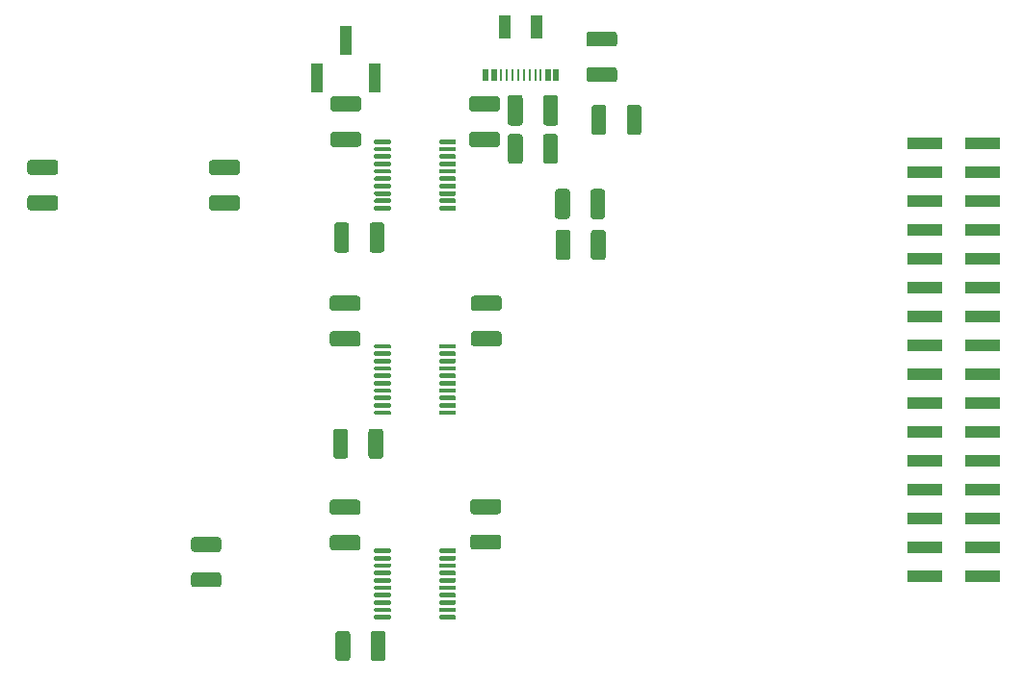
<source format=gtp>
%TF.GenerationSoftware,KiCad,Pcbnew,5.1.9+dfsg1-1+deb11u1*%
%TF.CreationDate,2025-07-23T09:27:31+02:00*%
%TF.ProjectId,ESP32-BOBOARD-5V,45535033-322d-4424-9f42-4f4152442d35,rev?*%
%TF.SameCoordinates,Original*%
%TF.FileFunction,Paste,Top*%
%TF.FilePolarity,Positive*%
%FSLAX46Y46*%
G04 Gerber Fmt 4.6, Leading zero omitted, Abs format (unit mm)*
G04 Created by KiCad (PCBNEW 5.1.9+dfsg1-1+deb11u1) date 2025-07-23 09:27:31*
%MOMM*%
%LPD*%
G01*
G04 APERTURE LIST*
%ADD10R,1.000000X2.510000*%
%ADD11R,3.150000X1.000000*%
%ADD12R,1.000000X2.000000*%
%ADD13R,0.270000X1.000000*%
%ADD14R,0.520000X1.000000*%
G04 APERTURE END LIST*
D10*
%TO.C,J4*%
X156900000Y-77145000D03*
X159440000Y-80455000D03*
X154360000Y-80455000D03*
%TD*%
D11*
%TO.C,J3*%
X212855000Y-124300000D03*
X207805000Y-124300000D03*
X212855000Y-121760000D03*
X207805000Y-121760000D03*
X212855000Y-119220000D03*
X207805000Y-119220000D03*
X212855000Y-116680000D03*
X207805000Y-116680000D03*
X212855000Y-114140000D03*
X207805000Y-114140000D03*
X212855000Y-111600000D03*
X207805000Y-111600000D03*
X212855000Y-109060000D03*
X207805000Y-109060000D03*
X212855000Y-106520000D03*
X207805000Y-106520000D03*
X212855000Y-103980000D03*
X207805000Y-103980000D03*
X212855000Y-101440000D03*
X207805000Y-101440000D03*
X212855000Y-98900000D03*
X207805000Y-98900000D03*
X212855000Y-96360000D03*
X207805000Y-96360000D03*
X212855000Y-93820000D03*
X207805000Y-93820000D03*
X212855000Y-91280000D03*
X207805000Y-91280000D03*
X212855000Y-88740000D03*
X207805000Y-88740000D03*
X212855000Y-86200000D03*
X207805000Y-86200000D03*
%TD*%
%TO.C,R8*%
G36*
G01*
X178400000Y-92625001D02*
X178400000Y-90474999D01*
G75*
G02*
X178649999Y-90225000I249999J0D01*
G01*
X179450001Y-90225000D01*
G75*
G02*
X179700000Y-90474999I0J-249999D01*
G01*
X179700000Y-92625001D01*
G75*
G02*
X179450001Y-92875000I-249999J0D01*
G01*
X178649999Y-92875000D01*
G75*
G02*
X178400000Y-92625001I0J249999D01*
G01*
G37*
G36*
G01*
X175300000Y-92625001D02*
X175300000Y-90474999D01*
G75*
G02*
X175549999Y-90225000I249999J0D01*
G01*
X176350001Y-90225000D01*
G75*
G02*
X176600000Y-90474999I0J-249999D01*
G01*
X176600000Y-92625001D01*
G75*
G02*
X176350001Y-92875000I-249999J0D01*
G01*
X175549999Y-92875000D01*
G75*
G02*
X175300000Y-92625001I0J249999D01*
G01*
G37*
%TD*%
%TO.C,R7*%
G36*
G01*
X178450000Y-96225001D02*
X178450000Y-94074999D01*
G75*
G02*
X178699999Y-93825000I249999J0D01*
G01*
X179500001Y-93825000D01*
G75*
G02*
X179750000Y-94074999I0J-249999D01*
G01*
X179750000Y-96225001D01*
G75*
G02*
X179500001Y-96475000I-249999J0D01*
G01*
X178699999Y-96475000D01*
G75*
G02*
X178450000Y-96225001I0J249999D01*
G01*
G37*
G36*
G01*
X175350000Y-96225001D02*
X175350000Y-94074999D01*
G75*
G02*
X175599999Y-93825000I249999J0D01*
G01*
X176400001Y-93825000D01*
G75*
G02*
X176650000Y-94074999I0J-249999D01*
G01*
X176650000Y-96225001D01*
G75*
G02*
X176400001Y-96475000I-249999J0D01*
G01*
X175599999Y-96475000D01*
G75*
G02*
X175350000Y-96225001I0J249999D01*
G01*
G37*
%TD*%
%TO.C,R6*%
G36*
G01*
X181600000Y-85225001D02*
X181600000Y-83074999D01*
G75*
G02*
X181849999Y-82825000I249999J0D01*
G01*
X182650001Y-82825000D01*
G75*
G02*
X182900000Y-83074999I0J-249999D01*
G01*
X182900000Y-85225001D01*
G75*
G02*
X182650001Y-85475000I-249999J0D01*
G01*
X181849999Y-85475000D01*
G75*
G02*
X181600000Y-85225001I0J249999D01*
G01*
G37*
G36*
G01*
X178500000Y-85225001D02*
X178500000Y-83074999D01*
G75*
G02*
X178749999Y-82825000I249999J0D01*
G01*
X179550001Y-82825000D01*
G75*
G02*
X179800000Y-83074999I0J-249999D01*
G01*
X179800000Y-85225001D01*
G75*
G02*
X179550001Y-85475000I-249999J0D01*
G01*
X178749999Y-85475000D01*
G75*
G02*
X178500000Y-85225001I0J249999D01*
G01*
G37*
%TD*%
%TO.C,R5*%
G36*
G01*
X174250000Y-87775001D02*
X174250000Y-85624999D01*
G75*
G02*
X174499999Y-85375000I249999J0D01*
G01*
X175300001Y-85375000D01*
G75*
G02*
X175550000Y-85624999I0J-249999D01*
G01*
X175550000Y-87775001D01*
G75*
G02*
X175300001Y-88025000I-249999J0D01*
G01*
X174499999Y-88025000D01*
G75*
G02*
X174250000Y-87775001I0J249999D01*
G01*
G37*
G36*
G01*
X171150000Y-87775001D02*
X171150000Y-85624999D01*
G75*
G02*
X171399999Y-85375000I249999J0D01*
G01*
X172200001Y-85375000D01*
G75*
G02*
X172450000Y-85624999I0J-249999D01*
G01*
X172450000Y-87775001D01*
G75*
G02*
X172200001Y-88025000I-249999J0D01*
G01*
X171399999Y-88025000D01*
G75*
G02*
X171150000Y-87775001I0J249999D01*
G01*
G37*
%TD*%
D12*
%TO.C,J5*%
X170900000Y-76000000D03*
X173700000Y-76000000D03*
D13*
X171050000Y-80200000D03*
X171550000Y-80200000D03*
X172050000Y-80200000D03*
X172550000Y-80200000D03*
X173050000Y-80200000D03*
X173550000Y-80200000D03*
X170550000Y-80200000D03*
X174050000Y-80200000D03*
D14*
X169950000Y-80200000D03*
X174650000Y-80200000D03*
X169200000Y-80200000D03*
X175400000Y-80200000D03*
%TD*%
%TO.C,C10*%
G36*
G01*
X180500003Y-77700000D02*
X178299997Y-77700000D01*
G75*
G02*
X178050000Y-77450003I0J249997D01*
G01*
X178050000Y-76624997D01*
G75*
G02*
X178299997Y-76375000I249997J0D01*
G01*
X180500003Y-76375000D01*
G75*
G02*
X180750000Y-76624997I0J-249997D01*
G01*
X180750000Y-77450003D01*
G75*
G02*
X180500003Y-77700000I-249997J0D01*
G01*
G37*
G36*
G01*
X180500003Y-80825000D02*
X178299997Y-80825000D01*
G75*
G02*
X178050000Y-80575003I0J249997D01*
G01*
X178050000Y-79749997D01*
G75*
G02*
X178299997Y-79500000I249997J0D01*
G01*
X180500003Y-79500000D01*
G75*
G02*
X180750000Y-79749997I0J-249997D01*
G01*
X180750000Y-80575003D01*
G75*
G02*
X180500003Y-80825000I-249997J0D01*
G01*
G37*
%TD*%
%TO.C,C9*%
G36*
G01*
X174250000Y-84400003D02*
X174250000Y-82199997D01*
G75*
G02*
X174499997Y-81950000I249997J0D01*
G01*
X175325003Y-81950000D01*
G75*
G02*
X175575000Y-82199997I0J-249997D01*
G01*
X175575000Y-84400003D01*
G75*
G02*
X175325003Y-84650000I-249997J0D01*
G01*
X174499997Y-84650000D01*
G75*
G02*
X174250000Y-84400003I0J249997D01*
G01*
G37*
G36*
G01*
X171125000Y-84400003D02*
X171125000Y-82199997D01*
G75*
G02*
X171374997Y-81950000I249997J0D01*
G01*
X172200003Y-81950000D01*
G75*
G02*
X172450000Y-82199997I0J-249997D01*
G01*
X172450000Y-84400003D01*
G75*
G02*
X172200003Y-84650000I-249997J0D01*
G01*
X171374997Y-84650000D01*
G75*
G02*
X171125000Y-84400003I0J249997D01*
G01*
G37*
%TD*%
%TO.C,U4*%
G36*
G01*
X165125000Y-122175000D02*
X165125000Y-121975000D01*
G75*
G02*
X165225000Y-121875000I100000J0D01*
G01*
X166500000Y-121875000D01*
G75*
G02*
X166600000Y-121975000I0J-100000D01*
G01*
X166600000Y-122175000D01*
G75*
G02*
X166500000Y-122275000I-100000J0D01*
G01*
X165225000Y-122275000D01*
G75*
G02*
X165125000Y-122175000I0J100000D01*
G01*
G37*
G36*
G01*
X165125000Y-122825000D02*
X165125000Y-122625000D01*
G75*
G02*
X165225000Y-122525000I100000J0D01*
G01*
X166500000Y-122525000D01*
G75*
G02*
X166600000Y-122625000I0J-100000D01*
G01*
X166600000Y-122825000D01*
G75*
G02*
X166500000Y-122925000I-100000J0D01*
G01*
X165225000Y-122925000D01*
G75*
G02*
X165125000Y-122825000I0J100000D01*
G01*
G37*
G36*
G01*
X165125000Y-123475000D02*
X165125000Y-123275000D01*
G75*
G02*
X165225000Y-123175000I100000J0D01*
G01*
X166500000Y-123175000D01*
G75*
G02*
X166600000Y-123275000I0J-100000D01*
G01*
X166600000Y-123475000D01*
G75*
G02*
X166500000Y-123575000I-100000J0D01*
G01*
X165225000Y-123575000D01*
G75*
G02*
X165125000Y-123475000I0J100000D01*
G01*
G37*
G36*
G01*
X165125000Y-124125000D02*
X165125000Y-123925000D01*
G75*
G02*
X165225000Y-123825000I100000J0D01*
G01*
X166500000Y-123825000D01*
G75*
G02*
X166600000Y-123925000I0J-100000D01*
G01*
X166600000Y-124125000D01*
G75*
G02*
X166500000Y-124225000I-100000J0D01*
G01*
X165225000Y-124225000D01*
G75*
G02*
X165125000Y-124125000I0J100000D01*
G01*
G37*
G36*
G01*
X165125000Y-124775000D02*
X165125000Y-124575000D01*
G75*
G02*
X165225000Y-124475000I100000J0D01*
G01*
X166500000Y-124475000D01*
G75*
G02*
X166600000Y-124575000I0J-100000D01*
G01*
X166600000Y-124775000D01*
G75*
G02*
X166500000Y-124875000I-100000J0D01*
G01*
X165225000Y-124875000D01*
G75*
G02*
X165125000Y-124775000I0J100000D01*
G01*
G37*
G36*
G01*
X165125000Y-125425000D02*
X165125000Y-125225000D01*
G75*
G02*
X165225000Y-125125000I100000J0D01*
G01*
X166500000Y-125125000D01*
G75*
G02*
X166600000Y-125225000I0J-100000D01*
G01*
X166600000Y-125425000D01*
G75*
G02*
X166500000Y-125525000I-100000J0D01*
G01*
X165225000Y-125525000D01*
G75*
G02*
X165125000Y-125425000I0J100000D01*
G01*
G37*
G36*
G01*
X165125000Y-126075000D02*
X165125000Y-125875000D01*
G75*
G02*
X165225000Y-125775000I100000J0D01*
G01*
X166500000Y-125775000D01*
G75*
G02*
X166600000Y-125875000I0J-100000D01*
G01*
X166600000Y-126075000D01*
G75*
G02*
X166500000Y-126175000I-100000J0D01*
G01*
X165225000Y-126175000D01*
G75*
G02*
X165125000Y-126075000I0J100000D01*
G01*
G37*
G36*
G01*
X165125000Y-126725000D02*
X165125000Y-126525000D01*
G75*
G02*
X165225000Y-126425000I100000J0D01*
G01*
X166500000Y-126425000D01*
G75*
G02*
X166600000Y-126525000I0J-100000D01*
G01*
X166600000Y-126725000D01*
G75*
G02*
X166500000Y-126825000I-100000J0D01*
G01*
X165225000Y-126825000D01*
G75*
G02*
X165125000Y-126725000I0J100000D01*
G01*
G37*
G36*
G01*
X165125000Y-127375000D02*
X165125000Y-127175000D01*
G75*
G02*
X165225000Y-127075000I100000J0D01*
G01*
X166500000Y-127075000D01*
G75*
G02*
X166600000Y-127175000I0J-100000D01*
G01*
X166600000Y-127375000D01*
G75*
G02*
X166500000Y-127475000I-100000J0D01*
G01*
X165225000Y-127475000D01*
G75*
G02*
X165125000Y-127375000I0J100000D01*
G01*
G37*
G36*
G01*
X165125000Y-128025000D02*
X165125000Y-127825000D01*
G75*
G02*
X165225000Y-127725000I100000J0D01*
G01*
X166500000Y-127725000D01*
G75*
G02*
X166600000Y-127825000I0J-100000D01*
G01*
X166600000Y-128025000D01*
G75*
G02*
X166500000Y-128125000I-100000J0D01*
G01*
X165225000Y-128125000D01*
G75*
G02*
X165125000Y-128025000I0J100000D01*
G01*
G37*
G36*
G01*
X159400000Y-128025000D02*
X159400000Y-127825000D01*
G75*
G02*
X159500000Y-127725000I100000J0D01*
G01*
X160775000Y-127725000D01*
G75*
G02*
X160875000Y-127825000I0J-100000D01*
G01*
X160875000Y-128025000D01*
G75*
G02*
X160775000Y-128125000I-100000J0D01*
G01*
X159500000Y-128125000D01*
G75*
G02*
X159400000Y-128025000I0J100000D01*
G01*
G37*
G36*
G01*
X159400000Y-127375000D02*
X159400000Y-127175000D01*
G75*
G02*
X159500000Y-127075000I100000J0D01*
G01*
X160775000Y-127075000D01*
G75*
G02*
X160875000Y-127175000I0J-100000D01*
G01*
X160875000Y-127375000D01*
G75*
G02*
X160775000Y-127475000I-100000J0D01*
G01*
X159500000Y-127475000D01*
G75*
G02*
X159400000Y-127375000I0J100000D01*
G01*
G37*
G36*
G01*
X159400000Y-126725000D02*
X159400000Y-126525000D01*
G75*
G02*
X159500000Y-126425000I100000J0D01*
G01*
X160775000Y-126425000D01*
G75*
G02*
X160875000Y-126525000I0J-100000D01*
G01*
X160875000Y-126725000D01*
G75*
G02*
X160775000Y-126825000I-100000J0D01*
G01*
X159500000Y-126825000D01*
G75*
G02*
X159400000Y-126725000I0J100000D01*
G01*
G37*
G36*
G01*
X159400000Y-126075000D02*
X159400000Y-125875000D01*
G75*
G02*
X159500000Y-125775000I100000J0D01*
G01*
X160775000Y-125775000D01*
G75*
G02*
X160875000Y-125875000I0J-100000D01*
G01*
X160875000Y-126075000D01*
G75*
G02*
X160775000Y-126175000I-100000J0D01*
G01*
X159500000Y-126175000D01*
G75*
G02*
X159400000Y-126075000I0J100000D01*
G01*
G37*
G36*
G01*
X159400000Y-125425000D02*
X159400000Y-125225000D01*
G75*
G02*
X159500000Y-125125000I100000J0D01*
G01*
X160775000Y-125125000D01*
G75*
G02*
X160875000Y-125225000I0J-100000D01*
G01*
X160875000Y-125425000D01*
G75*
G02*
X160775000Y-125525000I-100000J0D01*
G01*
X159500000Y-125525000D01*
G75*
G02*
X159400000Y-125425000I0J100000D01*
G01*
G37*
G36*
G01*
X159400000Y-124775000D02*
X159400000Y-124575000D01*
G75*
G02*
X159500000Y-124475000I100000J0D01*
G01*
X160775000Y-124475000D01*
G75*
G02*
X160875000Y-124575000I0J-100000D01*
G01*
X160875000Y-124775000D01*
G75*
G02*
X160775000Y-124875000I-100000J0D01*
G01*
X159500000Y-124875000D01*
G75*
G02*
X159400000Y-124775000I0J100000D01*
G01*
G37*
G36*
G01*
X159400000Y-124125000D02*
X159400000Y-123925000D01*
G75*
G02*
X159500000Y-123825000I100000J0D01*
G01*
X160775000Y-123825000D01*
G75*
G02*
X160875000Y-123925000I0J-100000D01*
G01*
X160875000Y-124125000D01*
G75*
G02*
X160775000Y-124225000I-100000J0D01*
G01*
X159500000Y-124225000D01*
G75*
G02*
X159400000Y-124125000I0J100000D01*
G01*
G37*
G36*
G01*
X159400000Y-123475000D02*
X159400000Y-123275000D01*
G75*
G02*
X159500000Y-123175000I100000J0D01*
G01*
X160775000Y-123175000D01*
G75*
G02*
X160875000Y-123275000I0J-100000D01*
G01*
X160875000Y-123475000D01*
G75*
G02*
X160775000Y-123575000I-100000J0D01*
G01*
X159500000Y-123575000D01*
G75*
G02*
X159400000Y-123475000I0J100000D01*
G01*
G37*
G36*
G01*
X159400000Y-122825000D02*
X159400000Y-122625000D01*
G75*
G02*
X159500000Y-122525000I100000J0D01*
G01*
X160775000Y-122525000D01*
G75*
G02*
X160875000Y-122625000I0J-100000D01*
G01*
X160875000Y-122825000D01*
G75*
G02*
X160775000Y-122925000I-100000J0D01*
G01*
X159500000Y-122925000D01*
G75*
G02*
X159400000Y-122825000I0J100000D01*
G01*
G37*
G36*
G01*
X159400000Y-122175000D02*
X159400000Y-121975000D01*
G75*
G02*
X159500000Y-121875000I100000J0D01*
G01*
X160775000Y-121875000D01*
G75*
G02*
X160875000Y-121975000I0J-100000D01*
G01*
X160875000Y-122175000D01*
G75*
G02*
X160775000Y-122275000I-100000J0D01*
G01*
X159500000Y-122275000D01*
G75*
G02*
X159400000Y-122175000I0J100000D01*
G01*
G37*
%TD*%
%TO.C,U3*%
G36*
G01*
X165125000Y-104175000D02*
X165125000Y-103975000D01*
G75*
G02*
X165225000Y-103875000I100000J0D01*
G01*
X166500000Y-103875000D01*
G75*
G02*
X166600000Y-103975000I0J-100000D01*
G01*
X166600000Y-104175000D01*
G75*
G02*
X166500000Y-104275000I-100000J0D01*
G01*
X165225000Y-104275000D01*
G75*
G02*
X165125000Y-104175000I0J100000D01*
G01*
G37*
G36*
G01*
X165125000Y-104825000D02*
X165125000Y-104625000D01*
G75*
G02*
X165225000Y-104525000I100000J0D01*
G01*
X166500000Y-104525000D01*
G75*
G02*
X166600000Y-104625000I0J-100000D01*
G01*
X166600000Y-104825000D01*
G75*
G02*
X166500000Y-104925000I-100000J0D01*
G01*
X165225000Y-104925000D01*
G75*
G02*
X165125000Y-104825000I0J100000D01*
G01*
G37*
G36*
G01*
X165125000Y-105475000D02*
X165125000Y-105275000D01*
G75*
G02*
X165225000Y-105175000I100000J0D01*
G01*
X166500000Y-105175000D01*
G75*
G02*
X166600000Y-105275000I0J-100000D01*
G01*
X166600000Y-105475000D01*
G75*
G02*
X166500000Y-105575000I-100000J0D01*
G01*
X165225000Y-105575000D01*
G75*
G02*
X165125000Y-105475000I0J100000D01*
G01*
G37*
G36*
G01*
X165125000Y-106125000D02*
X165125000Y-105925000D01*
G75*
G02*
X165225000Y-105825000I100000J0D01*
G01*
X166500000Y-105825000D01*
G75*
G02*
X166600000Y-105925000I0J-100000D01*
G01*
X166600000Y-106125000D01*
G75*
G02*
X166500000Y-106225000I-100000J0D01*
G01*
X165225000Y-106225000D01*
G75*
G02*
X165125000Y-106125000I0J100000D01*
G01*
G37*
G36*
G01*
X165125000Y-106775000D02*
X165125000Y-106575000D01*
G75*
G02*
X165225000Y-106475000I100000J0D01*
G01*
X166500000Y-106475000D01*
G75*
G02*
X166600000Y-106575000I0J-100000D01*
G01*
X166600000Y-106775000D01*
G75*
G02*
X166500000Y-106875000I-100000J0D01*
G01*
X165225000Y-106875000D01*
G75*
G02*
X165125000Y-106775000I0J100000D01*
G01*
G37*
G36*
G01*
X165125000Y-107425000D02*
X165125000Y-107225000D01*
G75*
G02*
X165225000Y-107125000I100000J0D01*
G01*
X166500000Y-107125000D01*
G75*
G02*
X166600000Y-107225000I0J-100000D01*
G01*
X166600000Y-107425000D01*
G75*
G02*
X166500000Y-107525000I-100000J0D01*
G01*
X165225000Y-107525000D01*
G75*
G02*
X165125000Y-107425000I0J100000D01*
G01*
G37*
G36*
G01*
X165125000Y-108075000D02*
X165125000Y-107875000D01*
G75*
G02*
X165225000Y-107775000I100000J0D01*
G01*
X166500000Y-107775000D01*
G75*
G02*
X166600000Y-107875000I0J-100000D01*
G01*
X166600000Y-108075000D01*
G75*
G02*
X166500000Y-108175000I-100000J0D01*
G01*
X165225000Y-108175000D01*
G75*
G02*
X165125000Y-108075000I0J100000D01*
G01*
G37*
G36*
G01*
X165125000Y-108725000D02*
X165125000Y-108525000D01*
G75*
G02*
X165225000Y-108425000I100000J0D01*
G01*
X166500000Y-108425000D01*
G75*
G02*
X166600000Y-108525000I0J-100000D01*
G01*
X166600000Y-108725000D01*
G75*
G02*
X166500000Y-108825000I-100000J0D01*
G01*
X165225000Y-108825000D01*
G75*
G02*
X165125000Y-108725000I0J100000D01*
G01*
G37*
G36*
G01*
X165125000Y-109375000D02*
X165125000Y-109175000D01*
G75*
G02*
X165225000Y-109075000I100000J0D01*
G01*
X166500000Y-109075000D01*
G75*
G02*
X166600000Y-109175000I0J-100000D01*
G01*
X166600000Y-109375000D01*
G75*
G02*
X166500000Y-109475000I-100000J0D01*
G01*
X165225000Y-109475000D01*
G75*
G02*
X165125000Y-109375000I0J100000D01*
G01*
G37*
G36*
G01*
X165125000Y-110025000D02*
X165125000Y-109825000D01*
G75*
G02*
X165225000Y-109725000I100000J0D01*
G01*
X166500000Y-109725000D01*
G75*
G02*
X166600000Y-109825000I0J-100000D01*
G01*
X166600000Y-110025000D01*
G75*
G02*
X166500000Y-110125000I-100000J0D01*
G01*
X165225000Y-110125000D01*
G75*
G02*
X165125000Y-110025000I0J100000D01*
G01*
G37*
G36*
G01*
X159400000Y-110025000D02*
X159400000Y-109825000D01*
G75*
G02*
X159500000Y-109725000I100000J0D01*
G01*
X160775000Y-109725000D01*
G75*
G02*
X160875000Y-109825000I0J-100000D01*
G01*
X160875000Y-110025000D01*
G75*
G02*
X160775000Y-110125000I-100000J0D01*
G01*
X159500000Y-110125000D01*
G75*
G02*
X159400000Y-110025000I0J100000D01*
G01*
G37*
G36*
G01*
X159400000Y-109375000D02*
X159400000Y-109175000D01*
G75*
G02*
X159500000Y-109075000I100000J0D01*
G01*
X160775000Y-109075000D01*
G75*
G02*
X160875000Y-109175000I0J-100000D01*
G01*
X160875000Y-109375000D01*
G75*
G02*
X160775000Y-109475000I-100000J0D01*
G01*
X159500000Y-109475000D01*
G75*
G02*
X159400000Y-109375000I0J100000D01*
G01*
G37*
G36*
G01*
X159400000Y-108725000D02*
X159400000Y-108525000D01*
G75*
G02*
X159500000Y-108425000I100000J0D01*
G01*
X160775000Y-108425000D01*
G75*
G02*
X160875000Y-108525000I0J-100000D01*
G01*
X160875000Y-108725000D01*
G75*
G02*
X160775000Y-108825000I-100000J0D01*
G01*
X159500000Y-108825000D01*
G75*
G02*
X159400000Y-108725000I0J100000D01*
G01*
G37*
G36*
G01*
X159400000Y-108075000D02*
X159400000Y-107875000D01*
G75*
G02*
X159500000Y-107775000I100000J0D01*
G01*
X160775000Y-107775000D01*
G75*
G02*
X160875000Y-107875000I0J-100000D01*
G01*
X160875000Y-108075000D01*
G75*
G02*
X160775000Y-108175000I-100000J0D01*
G01*
X159500000Y-108175000D01*
G75*
G02*
X159400000Y-108075000I0J100000D01*
G01*
G37*
G36*
G01*
X159400000Y-107425000D02*
X159400000Y-107225000D01*
G75*
G02*
X159500000Y-107125000I100000J0D01*
G01*
X160775000Y-107125000D01*
G75*
G02*
X160875000Y-107225000I0J-100000D01*
G01*
X160875000Y-107425000D01*
G75*
G02*
X160775000Y-107525000I-100000J0D01*
G01*
X159500000Y-107525000D01*
G75*
G02*
X159400000Y-107425000I0J100000D01*
G01*
G37*
G36*
G01*
X159400000Y-106775000D02*
X159400000Y-106575000D01*
G75*
G02*
X159500000Y-106475000I100000J0D01*
G01*
X160775000Y-106475000D01*
G75*
G02*
X160875000Y-106575000I0J-100000D01*
G01*
X160875000Y-106775000D01*
G75*
G02*
X160775000Y-106875000I-100000J0D01*
G01*
X159500000Y-106875000D01*
G75*
G02*
X159400000Y-106775000I0J100000D01*
G01*
G37*
G36*
G01*
X159400000Y-106125000D02*
X159400000Y-105925000D01*
G75*
G02*
X159500000Y-105825000I100000J0D01*
G01*
X160775000Y-105825000D01*
G75*
G02*
X160875000Y-105925000I0J-100000D01*
G01*
X160875000Y-106125000D01*
G75*
G02*
X160775000Y-106225000I-100000J0D01*
G01*
X159500000Y-106225000D01*
G75*
G02*
X159400000Y-106125000I0J100000D01*
G01*
G37*
G36*
G01*
X159400000Y-105475000D02*
X159400000Y-105275000D01*
G75*
G02*
X159500000Y-105175000I100000J0D01*
G01*
X160775000Y-105175000D01*
G75*
G02*
X160875000Y-105275000I0J-100000D01*
G01*
X160875000Y-105475000D01*
G75*
G02*
X160775000Y-105575000I-100000J0D01*
G01*
X159500000Y-105575000D01*
G75*
G02*
X159400000Y-105475000I0J100000D01*
G01*
G37*
G36*
G01*
X159400000Y-104825000D02*
X159400000Y-104625000D01*
G75*
G02*
X159500000Y-104525000I100000J0D01*
G01*
X160775000Y-104525000D01*
G75*
G02*
X160875000Y-104625000I0J-100000D01*
G01*
X160875000Y-104825000D01*
G75*
G02*
X160775000Y-104925000I-100000J0D01*
G01*
X159500000Y-104925000D01*
G75*
G02*
X159400000Y-104825000I0J100000D01*
G01*
G37*
G36*
G01*
X159400000Y-104175000D02*
X159400000Y-103975000D01*
G75*
G02*
X159500000Y-103875000I100000J0D01*
G01*
X160775000Y-103875000D01*
G75*
G02*
X160875000Y-103975000I0J-100000D01*
G01*
X160875000Y-104175000D01*
G75*
G02*
X160775000Y-104275000I-100000J0D01*
G01*
X159500000Y-104275000D01*
G75*
G02*
X159400000Y-104175000I0J100000D01*
G01*
G37*
%TD*%
%TO.C,U1*%
G36*
G01*
X165125000Y-86175000D02*
X165125000Y-85975000D01*
G75*
G02*
X165225000Y-85875000I100000J0D01*
G01*
X166500000Y-85875000D01*
G75*
G02*
X166600000Y-85975000I0J-100000D01*
G01*
X166600000Y-86175000D01*
G75*
G02*
X166500000Y-86275000I-100000J0D01*
G01*
X165225000Y-86275000D01*
G75*
G02*
X165125000Y-86175000I0J100000D01*
G01*
G37*
G36*
G01*
X165125000Y-86825000D02*
X165125000Y-86625000D01*
G75*
G02*
X165225000Y-86525000I100000J0D01*
G01*
X166500000Y-86525000D01*
G75*
G02*
X166600000Y-86625000I0J-100000D01*
G01*
X166600000Y-86825000D01*
G75*
G02*
X166500000Y-86925000I-100000J0D01*
G01*
X165225000Y-86925000D01*
G75*
G02*
X165125000Y-86825000I0J100000D01*
G01*
G37*
G36*
G01*
X165125000Y-87475000D02*
X165125000Y-87275000D01*
G75*
G02*
X165225000Y-87175000I100000J0D01*
G01*
X166500000Y-87175000D01*
G75*
G02*
X166600000Y-87275000I0J-100000D01*
G01*
X166600000Y-87475000D01*
G75*
G02*
X166500000Y-87575000I-100000J0D01*
G01*
X165225000Y-87575000D01*
G75*
G02*
X165125000Y-87475000I0J100000D01*
G01*
G37*
G36*
G01*
X165125000Y-88125000D02*
X165125000Y-87925000D01*
G75*
G02*
X165225000Y-87825000I100000J0D01*
G01*
X166500000Y-87825000D01*
G75*
G02*
X166600000Y-87925000I0J-100000D01*
G01*
X166600000Y-88125000D01*
G75*
G02*
X166500000Y-88225000I-100000J0D01*
G01*
X165225000Y-88225000D01*
G75*
G02*
X165125000Y-88125000I0J100000D01*
G01*
G37*
G36*
G01*
X165125000Y-88775000D02*
X165125000Y-88575000D01*
G75*
G02*
X165225000Y-88475000I100000J0D01*
G01*
X166500000Y-88475000D01*
G75*
G02*
X166600000Y-88575000I0J-100000D01*
G01*
X166600000Y-88775000D01*
G75*
G02*
X166500000Y-88875000I-100000J0D01*
G01*
X165225000Y-88875000D01*
G75*
G02*
X165125000Y-88775000I0J100000D01*
G01*
G37*
G36*
G01*
X165125000Y-89425000D02*
X165125000Y-89225000D01*
G75*
G02*
X165225000Y-89125000I100000J0D01*
G01*
X166500000Y-89125000D01*
G75*
G02*
X166600000Y-89225000I0J-100000D01*
G01*
X166600000Y-89425000D01*
G75*
G02*
X166500000Y-89525000I-100000J0D01*
G01*
X165225000Y-89525000D01*
G75*
G02*
X165125000Y-89425000I0J100000D01*
G01*
G37*
G36*
G01*
X165125000Y-90075000D02*
X165125000Y-89875000D01*
G75*
G02*
X165225000Y-89775000I100000J0D01*
G01*
X166500000Y-89775000D01*
G75*
G02*
X166600000Y-89875000I0J-100000D01*
G01*
X166600000Y-90075000D01*
G75*
G02*
X166500000Y-90175000I-100000J0D01*
G01*
X165225000Y-90175000D01*
G75*
G02*
X165125000Y-90075000I0J100000D01*
G01*
G37*
G36*
G01*
X165125000Y-90725000D02*
X165125000Y-90525000D01*
G75*
G02*
X165225000Y-90425000I100000J0D01*
G01*
X166500000Y-90425000D01*
G75*
G02*
X166600000Y-90525000I0J-100000D01*
G01*
X166600000Y-90725000D01*
G75*
G02*
X166500000Y-90825000I-100000J0D01*
G01*
X165225000Y-90825000D01*
G75*
G02*
X165125000Y-90725000I0J100000D01*
G01*
G37*
G36*
G01*
X165125000Y-91375000D02*
X165125000Y-91175000D01*
G75*
G02*
X165225000Y-91075000I100000J0D01*
G01*
X166500000Y-91075000D01*
G75*
G02*
X166600000Y-91175000I0J-100000D01*
G01*
X166600000Y-91375000D01*
G75*
G02*
X166500000Y-91475000I-100000J0D01*
G01*
X165225000Y-91475000D01*
G75*
G02*
X165125000Y-91375000I0J100000D01*
G01*
G37*
G36*
G01*
X165125000Y-92025000D02*
X165125000Y-91825000D01*
G75*
G02*
X165225000Y-91725000I100000J0D01*
G01*
X166500000Y-91725000D01*
G75*
G02*
X166600000Y-91825000I0J-100000D01*
G01*
X166600000Y-92025000D01*
G75*
G02*
X166500000Y-92125000I-100000J0D01*
G01*
X165225000Y-92125000D01*
G75*
G02*
X165125000Y-92025000I0J100000D01*
G01*
G37*
G36*
G01*
X159400000Y-92025000D02*
X159400000Y-91825000D01*
G75*
G02*
X159500000Y-91725000I100000J0D01*
G01*
X160775000Y-91725000D01*
G75*
G02*
X160875000Y-91825000I0J-100000D01*
G01*
X160875000Y-92025000D01*
G75*
G02*
X160775000Y-92125000I-100000J0D01*
G01*
X159500000Y-92125000D01*
G75*
G02*
X159400000Y-92025000I0J100000D01*
G01*
G37*
G36*
G01*
X159400000Y-91375000D02*
X159400000Y-91175000D01*
G75*
G02*
X159500000Y-91075000I100000J0D01*
G01*
X160775000Y-91075000D01*
G75*
G02*
X160875000Y-91175000I0J-100000D01*
G01*
X160875000Y-91375000D01*
G75*
G02*
X160775000Y-91475000I-100000J0D01*
G01*
X159500000Y-91475000D01*
G75*
G02*
X159400000Y-91375000I0J100000D01*
G01*
G37*
G36*
G01*
X159400000Y-90725000D02*
X159400000Y-90525000D01*
G75*
G02*
X159500000Y-90425000I100000J0D01*
G01*
X160775000Y-90425000D01*
G75*
G02*
X160875000Y-90525000I0J-100000D01*
G01*
X160875000Y-90725000D01*
G75*
G02*
X160775000Y-90825000I-100000J0D01*
G01*
X159500000Y-90825000D01*
G75*
G02*
X159400000Y-90725000I0J100000D01*
G01*
G37*
G36*
G01*
X159400000Y-90075000D02*
X159400000Y-89875000D01*
G75*
G02*
X159500000Y-89775000I100000J0D01*
G01*
X160775000Y-89775000D01*
G75*
G02*
X160875000Y-89875000I0J-100000D01*
G01*
X160875000Y-90075000D01*
G75*
G02*
X160775000Y-90175000I-100000J0D01*
G01*
X159500000Y-90175000D01*
G75*
G02*
X159400000Y-90075000I0J100000D01*
G01*
G37*
G36*
G01*
X159400000Y-89425000D02*
X159400000Y-89225000D01*
G75*
G02*
X159500000Y-89125000I100000J0D01*
G01*
X160775000Y-89125000D01*
G75*
G02*
X160875000Y-89225000I0J-100000D01*
G01*
X160875000Y-89425000D01*
G75*
G02*
X160775000Y-89525000I-100000J0D01*
G01*
X159500000Y-89525000D01*
G75*
G02*
X159400000Y-89425000I0J100000D01*
G01*
G37*
G36*
G01*
X159400000Y-88775000D02*
X159400000Y-88575000D01*
G75*
G02*
X159500000Y-88475000I100000J0D01*
G01*
X160775000Y-88475000D01*
G75*
G02*
X160875000Y-88575000I0J-100000D01*
G01*
X160875000Y-88775000D01*
G75*
G02*
X160775000Y-88875000I-100000J0D01*
G01*
X159500000Y-88875000D01*
G75*
G02*
X159400000Y-88775000I0J100000D01*
G01*
G37*
G36*
G01*
X159400000Y-88125000D02*
X159400000Y-87925000D01*
G75*
G02*
X159500000Y-87825000I100000J0D01*
G01*
X160775000Y-87825000D01*
G75*
G02*
X160875000Y-87925000I0J-100000D01*
G01*
X160875000Y-88125000D01*
G75*
G02*
X160775000Y-88225000I-100000J0D01*
G01*
X159500000Y-88225000D01*
G75*
G02*
X159400000Y-88125000I0J100000D01*
G01*
G37*
G36*
G01*
X159400000Y-87475000D02*
X159400000Y-87275000D01*
G75*
G02*
X159500000Y-87175000I100000J0D01*
G01*
X160775000Y-87175000D01*
G75*
G02*
X160875000Y-87275000I0J-100000D01*
G01*
X160875000Y-87475000D01*
G75*
G02*
X160775000Y-87575000I-100000J0D01*
G01*
X159500000Y-87575000D01*
G75*
G02*
X159400000Y-87475000I0J100000D01*
G01*
G37*
G36*
G01*
X159400000Y-86825000D02*
X159400000Y-86625000D01*
G75*
G02*
X159500000Y-86525000I100000J0D01*
G01*
X160775000Y-86525000D01*
G75*
G02*
X160875000Y-86625000I0J-100000D01*
G01*
X160875000Y-86825000D01*
G75*
G02*
X160775000Y-86925000I-100000J0D01*
G01*
X159500000Y-86925000D01*
G75*
G02*
X159400000Y-86825000I0J100000D01*
G01*
G37*
G36*
G01*
X159400000Y-86175000D02*
X159400000Y-85975000D01*
G75*
G02*
X159500000Y-85875000I100000J0D01*
G01*
X160775000Y-85875000D01*
G75*
G02*
X160875000Y-85975000I0J-100000D01*
G01*
X160875000Y-86175000D01*
G75*
G02*
X160775000Y-86275000I-100000J0D01*
G01*
X159500000Y-86275000D01*
G75*
G02*
X159400000Y-86175000I0J100000D01*
G01*
G37*
%TD*%
%TO.C,R4*%
G36*
G01*
X159100000Y-131525001D02*
X159100000Y-129374999D01*
G75*
G02*
X159349999Y-129125000I249999J0D01*
G01*
X160150001Y-129125000D01*
G75*
G02*
X160400000Y-129374999I0J-249999D01*
G01*
X160400000Y-131525001D01*
G75*
G02*
X160150001Y-131775000I-249999J0D01*
G01*
X159349999Y-131775000D01*
G75*
G02*
X159100000Y-131525001I0J249999D01*
G01*
G37*
G36*
G01*
X156000000Y-131525001D02*
X156000000Y-129374999D01*
G75*
G02*
X156249999Y-129125000I249999J0D01*
G01*
X157050001Y-129125000D01*
G75*
G02*
X157300000Y-129374999I0J-249999D01*
G01*
X157300000Y-131525001D01*
G75*
G02*
X157050001Y-131775000I-249999J0D01*
G01*
X156249999Y-131775000D01*
G75*
G02*
X156000000Y-131525001I0J249999D01*
G01*
G37*
%TD*%
%TO.C,R3*%
G36*
G01*
X158900000Y-113725001D02*
X158900000Y-111574999D01*
G75*
G02*
X159149999Y-111325000I249999J0D01*
G01*
X159950001Y-111325000D01*
G75*
G02*
X160200000Y-111574999I0J-249999D01*
G01*
X160200000Y-113725001D01*
G75*
G02*
X159950001Y-113975000I-249999J0D01*
G01*
X159149999Y-113975000D01*
G75*
G02*
X158900000Y-113725001I0J249999D01*
G01*
G37*
G36*
G01*
X155800000Y-113725001D02*
X155800000Y-111574999D01*
G75*
G02*
X156049999Y-111325000I249999J0D01*
G01*
X156850001Y-111325000D01*
G75*
G02*
X157100000Y-111574999I0J-249999D01*
G01*
X157100000Y-113725001D01*
G75*
G02*
X156850001Y-113975000I-249999J0D01*
G01*
X156049999Y-113975000D01*
G75*
G02*
X155800000Y-113725001I0J249999D01*
G01*
G37*
%TD*%
%TO.C,R2*%
G36*
G01*
X143564999Y-123980000D02*
X145715001Y-123980000D01*
G75*
G02*
X145965000Y-124229999I0J-249999D01*
G01*
X145965000Y-125030001D01*
G75*
G02*
X145715001Y-125280000I-249999J0D01*
G01*
X143564999Y-125280000D01*
G75*
G02*
X143315000Y-125030001I0J249999D01*
G01*
X143315000Y-124229999D01*
G75*
G02*
X143564999Y-123980000I249999J0D01*
G01*
G37*
G36*
G01*
X143564999Y-120880000D02*
X145715001Y-120880000D01*
G75*
G02*
X145965000Y-121129999I0J-249999D01*
G01*
X145965000Y-121930001D01*
G75*
G02*
X145715001Y-122180000I-249999J0D01*
G01*
X143564999Y-122180000D01*
G75*
G02*
X143315000Y-121930001I0J249999D01*
G01*
X143315000Y-121129999D01*
G75*
G02*
X143564999Y-120880000I249999J0D01*
G01*
G37*
%TD*%
%TO.C,R1*%
G36*
G01*
X159000000Y-95575001D02*
X159000000Y-93424999D01*
G75*
G02*
X159249999Y-93175000I249999J0D01*
G01*
X160050001Y-93175000D01*
G75*
G02*
X160300000Y-93424999I0J-249999D01*
G01*
X160300000Y-95575001D01*
G75*
G02*
X160050001Y-95825000I-249999J0D01*
G01*
X159249999Y-95825000D01*
G75*
G02*
X159000000Y-95575001I0J249999D01*
G01*
G37*
G36*
G01*
X155900000Y-95575001D02*
X155900000Y-93424999D01*
G75*
G02*
X156149999Y-93175000I249999J0D01*
G01*
X156950001Y-93175000D01*
G75*
G02*
X157200000Y-93424999I0J-249999D01*
G01*
X157200000Y-95575001D01*
G75*
G02*
X156950001Y-95825000I-249999J0D01*
G01*
X156149999Y-95825000D01*
G75*
G02*
X155900000Y-95575001I0J249999D01*
G01*
G37*
%TD*%
%TO.C,C8*%
G36*
G01*
X157950003Y-118900000D02*
X155749997Y-118900000D01*
G75*
G02*
X155500000Y-118650003I0J249997D01*
G01*
X155500000Y-117824997D01*
G75*
G02*
X155749997Y-117575000I249997J0D01*
G01*
X157950003Y-117575000D01*
G75*
G02*
X158200000Y-117824997I0J-249997D01*
G01*
X158200000Y-118650003D01*
G75*
G02*
X157950003Y-118900000I-249997J0D01*
G01*
G37*
G36*
G01*
X157950003Y-122025000D02*
X155749997Y-122025000D01*
G75*
G02*
X155500000Y-121775003I0J249997D01*
G01*
X155500000Y-120949997D01*
G75*
G02*
X155749997Y-120700000I249997J0D01*
G01*
X157950003Y-120700000D01*
G75*
G02*
X158200000Y-120949997I0J-249997D01*
G01*
X158200000Y-121775003D01*
G75*
G02*
X157950003Y-122025000I-249997J0D01*
G01*
G37*
%TD*%
%TO.C,C7*%
G36*
G01*
X170300003Y-118850000D02*
X168099997Y-118850000D01*
G75*
G02*
X167850000Y-118600003I0J249997D01*
G01*
X167850000Y-117774997D01*
G75*
G02*
X168099997Y-117525000I249997J0D01*
G01*
X170300003Y-117525000D01*
G75*
G02*
X170550000Y-117774997I0J-249997D01*
G01*
X170550000Y-118600003D01*
G75*
G02*
X170300003Y-118850000I-249997J0D01*
G01*
G37*
G36*
G01*
X170300003Y-121975000D02*
X168099997Y-121975000D01*
G75*
G02*
X167850000Y-121725003I0J249997D01*
G01*
X167850000Y-120899997D01*
G75*
G02*
X168099997Y-120650000I249997J0D01*
G01*
X170300003Y-120650000D01*
G75*
G02*
X170550000Y-120899997I0J-249997D01*
G01*
X170550000Y-121725003D01*
G75*
G02*
X170300003Y-121975000I-249997J0D01*
G01*
G37*
%TD*%
%TO.C,C6*%
G36*
G01*
X157950003Y-100950000D02*
X155749997Y-100950000D01*
G75*
G02*
X155500000Y-100700003I0J249997D01*
G01*
X155500000Y-99874997D01*
G75*
G02*
X155749997Y-99625000I249997J0D01*
G01*
X157950003Y-99625000D01*
G75*
G02*
X158200000Y-99874997I0J-249997D01*
G01*
X158200000Y-100700003D01*
G75*
G02*
X157950003Y-100950000I-249997J0D01*
G01*
G37*
G36*
G01*
X157950003Y-104075000D02*
X155749997Y-104075000D01*
G75*
G02*
X155500000Y-103825003I0J249997D01*
G01*
X155500000Y-102999997D01*
G75*
G02*
X155749997Y-102750000I249997J0D01*
G01*
X157950003Y-102750000D01*
G75*
G02*
X158200000Y-102999997I0J-249997D01*
G01*
X158200000Y-103825003D01*
G75*
G02*
X157950003Y-104075000I-249997J0D01*
G01*
G37*
%TD*%
%TO.C,C5*%
G36*
G01*
X170350003Y-100950000D02*
X168149997Y-100950000D01*
G75*
G02*
X167900000Y-100700003I0J249997D01*
G01*
X167900000Y-99874997D01*
G75*
G02*
X168149997Y-99625000I249997J0D01*
G01*
X170350003Y-99625000D01*
G75*
G02*
X170600000Y-99874997I0J-249997D01*
G01*
X170600000Y-100700003D01*
G75*
G02*
X170350003Y-100950000I-249997J0D01*
G01*
G37*
G36*
G01*
X170350003Y-104075000D02*
X168149997Y-104075000D01*
G75*
G02*
X167900000Y-103825003I0J249997D01*
G01*
X167900000Y-102999997D01*
G75*
G02*
X168149997Y-102750000I249997J0D01*
G01*
X170350003Y-102750000D01*
G75*
G02*
X170600000Y-102999997I0J-249997D01*
G01*
X170600000Y-103825003D01*
G75*
G02*
X170350003Y-104075000I-249997J0D01*
G01*
G37*
%TD*%
%TO.C,C4*%
G36*
G01*
X147350003Y-89000000D02*
X145149997Y-89000000D01*
G75*
G02*
X144900000Y-88750003I0J249997D01*
G01*
X144900000Y-87924997D01*
G75*
G02*
X145149997Y-87675000I249997J0D01*
G01*
X147350003Y-87675000D01*
G75*
G02*
X147600000Y-87924997I0J-249997D01*
G01*
X147600000Y-88750003D01*
G75*
G02*
X147350003Y-89000000I-249997J0D01*
G01*
G37*
G36*
G01*
X147350003Y-92125000D02*
X145149997Y-92125000D01*
G75*
G02*
X144900000Y-91875003I0J249997D01*
G01*
X144900000Y-91049997D01*
G75*
G02*
X145149997Y-90800000I249997J0D01*
G01*
X147350003Y-90800000D01*
G75*
G02*
X147600000Y-91049997I0J-249997D01*
G01*
X147600000Y-91875003D01*
G75*
G02*
X147350003Y-92125000I-249997J0D01*
G01*
G37*
%TD*%
%TO.C,C3*%
G36*
G01*
X129169997Y-90790000D02*
X131370003Y-90790000D01*
G75*
G02*
X131620000Y-91039997I0J-249997D01*
G01*
X131620000Y-91865003D01*
G75*
G02*
X131370003Y-92115000I-249997J0D01*
G01*
X129169997Y-92115000D01*
G75*
G02*
X128920000Y-91865003I0J249997D01*
G01*
X128920000Y-91039997D01*
G75*
G02*
X129169997Y-90790000I249997J0D01*
G01*
G37*
G36*
G01*
X129169997Y-87665000D02*
X131370003Y-87665000D01*
G75*
G02*
X131620000Y-87914997I0J-249997D01*
G01*
X131620000Y-88740003D01*
G75*
G02*
X131370003Y-88990000I-249997J0D01*
G01*
X129169997Y-88990000D01*
G75*
G02*
X128920000Y-88740003I0J249997D01*
G01*
X128920000Y-87914997D01*
G75*
G02*
X129169997Y-87665000I249997J0D01*
G01*
G37*
%TD*%
%TO.C,C2*%
G36*
G01*
X158000003Y-83400000D02*
X155799997Y-83400000D01*
G75*
G02*
X155550000Y-83150003I0J249997D01*
G01*
X155550000Y-82324997D01*
G75*
G02*
X155799997Y-82075000I249997J0D01*
G01*
X158000003Y-82075000D01*
G75*
G02*
X158250000Y-82324997I0J-249997D01*
G01*
X158250000Y-83150003D01*
G75*
G02*
X158000003Y-83400000I-249997J0D01*
G01*
G37*
G36*
G01*
X158000003Y-86525000D02*
X155799997Y-86525000D01*
G75*
G02*
X155550000Y-86275003I0J249997D01*
G01*
X155550000Y-85449997D01*
G75*
G02*
X155799997Y-85200000I249997J0D01*
G01*
X158000003Y-85200000D01*
G75*
G02*
X158250000Y-85449997I0J-249997D01*
G01*
X158250000Y-86275003D01*
G75*
G02*
X158000003Y-86525000I-249997J0D01*
G01*
G37*
%TD*%
%TO.C,C1*%
G36*
G01*
X170200003Y-83400000D02*
X167999997Y-83400000D01*
G75*
G02*
X167750000Y-83150003I0J249997D01*
G01*
X167750000Y-82324997D01*
G75*
G02*
X167999997Y-82075000I249997J0D01*
G01*
X170200003Y-82075000D01*
G75*
G02*
X170450000Y-82324997I0J-249997D01*
G01*
X170450000Y-83150003D01*
G75*
G02*
X170200003Y-83400000I-249997J0D01*
G01*
G37*
G36*
G01*
X170200003Y-86525000D02*
X167999997Y-86525000D01*
G75*
G02*
X167750000Y-86275003I0J249997D01*
G01*
X167750000Y-85449997D01*
G75*
G02*
X167999997Y-85200000I249997J0D01*
G01*
X170200003Y-85200000D01*
G75*
G02*
X170450000Y-85449997I0J-249997D01*
G01*
X170450000Y-86275003D01*
G75*
G02*
X170200003Y-86525000I-249997J0D01*
G01*
G37*
%TD*%
M02*

</source>
